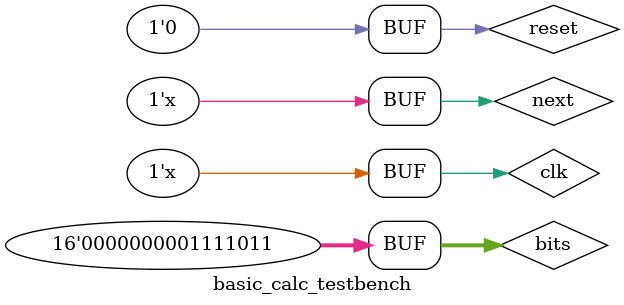
<source format=sv>
`timescale 1ns / 1ps

module basic_calc_testbench();
logic clk,reset,next,show;
logic [1:0] FSM_state;
logic [15:0] bits,result;

basic_calc #(16) dut(.clk(clk),.reset(reset),.next(next),.bits(bits),.show(show),.FSM_state(FSM_state),.result(result));

always #5 clk = ~clk;
always #15 next = ~next;

initial begin 
    clk = 0;
    reset = 1;
    next = 0;
    bits = 16'd123;
    #10 reset = 0;
    end
    



endmodule

</source>
